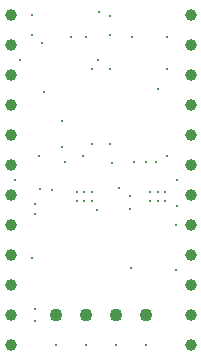
<source format=gbr>
%TF.GenerationSoftware,KiCad,Pcbnew,5.1.5+dfsg1-2~bpo10+1*%
%TF.CreationDate,Date%
%TF.ProjectId,ProMicro_ANA,50726f4d-6963-4726-9f5f-414e412e6b69,v1.0*%
%TF.SameCoordinates,Original*%
%TF.FileFunction,Plated,1,2,PTH,Drill*%
%TF.FilePolarity,Positive*%
%FSLAX46Y46*%
G04 Gerber Fmt 4.6, Leading zero omitted, Abs format (unit mm)*
G04 Created by KiCad*
%MOMM*%
%LPD*%
G04 APERTURE LIST*
%TA.AperFunction,ViaDrill*%
%ADD10C,0.200000*%
%TD*%
%TA.AperFunction,ViaDrill*%
%ADD11C,0.300000*%
%TD*%
%TA.AperFunction,ComponentDrill*%
%ADD12C,1.000000*%
%TD*%
%TA.AperFunction,ComponentDrill*%
%ADD13C,1.100000*%
%TD*%
G04 APERTURE END LIST*
D10*
X381000Y13970000D03*
X762000Y24130000D03*
X1778000Y27940000D03*
X1778000Y26187500D03*
X1778000Y7366000D03*
X2032000Y11938000D03*
X2032000Y11049000D03*
X2032000Y3048000D03*
X2032000Y2032000D03*
X2413000Y16002000D03*
X2476500Y13144494D03*
X2667000Y25527000D03*
X2858098Y21402684D03*
X3492500Y13081000D03*
X3810000Y0D03*
X4318000Y18923000D03*
X4318000Y16700524D03*
X4572000Y15494000D03*
X5080000Y26035000D03*
X5588000Y12954000D03*
X5588000Y12192000D03*
X6223000Y12954000D03*
X6223000Y12192000D03*
X6350000Y26035000D03*
X6350000Y0D03*
X6858000Y23304500D03*
X6858000Y17018000D03*
X6858000Y12954000D03*
X6858000Y12192000D03*
X7302500Y11361780D03*
X7366000Y24130000D03*
X7493000Y28194000D03*
X8382000Y27813000D03*
X8382000Y26187500D03*
X8382000Y23368000D03*
X8382000Y17018000D03*
X8580141Y15358809D03*
X8890000Y0D03*
X9170000Y13234000D03*
X10096500Y12573000D03*
X10096500Y11493500D03*
X10223500Y6477000D03*
X10287000Y26035000D03*
X10477500Y15497510D03*
X11429972Y15494000D03*
X11430000Y0D03*
X11811000Y12954000D03*
X11811000Y12192000D03*
X12319000Y15494000D03*
X12446000Y12954000D03*
X12446000Y12192000D03*
X12509500Y21653500D03*
X13081000Y12954000D03*
X13081000Y12192000D03*
X13208000Y26035000D03*
X13208000Y23304500D03*
X13208000Y16002000D03*
X13970000Y10160000D03*
X13970000Y6350000D03*
X14097000Y13970000D03*
X14097000Y11747500D03*
D11*
X6155011Y15986088D03*
D12*
%TO.C,A1*%
X0Y27940000D03*
X0Y25400000D03*
X0Y22860000D03*
X0Y20320000D03*
X0Y17780000D03*
X0Y15240000D03*
X0Y12700000D03*
X0Y10160000D03*
X0Y7620000D03*
X0Y5080000D03*
X0Y2540000D03*
X0Y0D03*
X15240000Y27940000D03*
X15240000Y25400000D03*
X15240000Y22860000D03*
X15240000Y20320000D03*
X15240000Y17780000D03*
X15240000Y15240000D03*
X15240000Y12700000D03*
X15240000Y10160000D03*
X15240000Y7620000D03*
X15240000Y5080000D03*
X15240000Y2540000D03*
X15240000Y0D03*
D13*
%TO.C,J1*%
X3810000Y2540000D03*
X6350000Y2540000D03*
X8890000Y2540000D03*
X11430000Y2540000D03*
M02*

</source>
